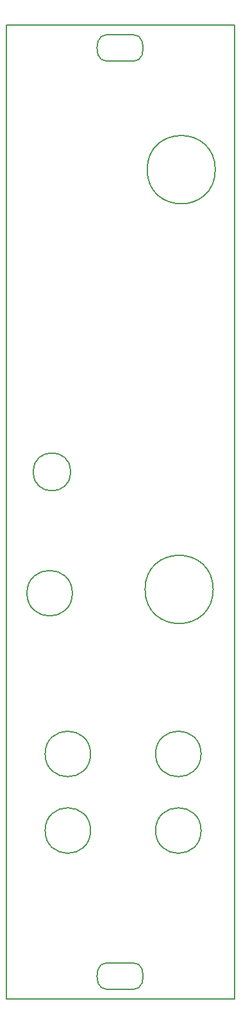
<source format=gbr>
%TF.GenerationSoftware,KiCad,Pcbnew,(5.1.10)-1*%
%TF.CreationDate,2021-09-13T17:23:51+02:00*%
%TF.ProjectId,panel,70616e65-6c2e-46b6-9963-61645f706362,rev?*%
%TF.SameCoordinates,Original*%
%TF.FileFunction,Profile,NP*%
%FSLAX46Y46*%
G04 Gerber Fmt 4.6, Leading zero omitted, Abs format (unit mm)*
G04 Created by KiCad (PCBNEW (5.1.10)-1) date 2021-09-13 17:23:51*
%MOMM*%
%LPD*%
G01*
G04 APERTURE LIST*
%TA.AperFunction,Profile*%
%ADD10C,0.200000*%
%TD*%
G04 APERTURE END LIST*
D10*
X32218600Y-149504600D02*
X32218600Y-21104600D01*
X62358600Y-149504600D02*
X32218600Y-149504600D01*
X62358600Y-21104600D02*
X62358600Y-149504600D01*
X48984599Y-22354600D02*
X45452600Y-22354600D01*
X44306605Y-23197601D02*
G75*
G02*
X45452603Y-22354601I1145665J-356999D01*
G01*
X44306605Y-145597601D02*
G75*
G02*
X45452603Y-144754601I1145665J-356999D01*
G01*
X50130598Y-145597602D02*
G75*
G02*
X50130597Y-147411600I-2911998J-906998D01*
G01*
X50130596Y-147411600D02*
G75*
G02*
X48984596Y-148254600I-1145666J357000D01*
G01*
X45452605Y-148254601D02*
G75*
G02*
X44306603Y-147411601I-335J1200001D01*
G01*
X44306602Y-147411599D02*
G75*
G02*
X44306602Y-145597601I2911998J906999D01*
G01*
X32218600Y-21104600D02*
X62358600Y-21104600D01*
X57918600Y-127304600D02*
G75*
G03*
X57918600Y-127304600I-3000000J0D01*
G01*
X40718600Y-80004600D02*
G75*
G03*
X40718600Y-80004600I-2500000J0D01*
G01*
X57918600Y-117204601D02*
G75*
G03*
X57918600Y-117204601I-3000000J0D01*
G01*
X45452605Y-25854601D02*
G75*
G02*
X44306603Y-25011601I-335J1200001D01*
G01*
X48984599Y-144754600D02*
X45452600Y-144754600D01*
X40918600Y-96004600D02*
G75*
G03*
X40918600Y-96004600I-3000000J0D01*
G01*
X48984596Y-22354600D02*
G75*
G02*
X50130596Y-23197600I334J-1200000D01*
G01*
X50130598Y-23197602D02*
G75*
G02*
X50130597Y-25011600I-2911998J-906998D01*
G01*
X50130596Y-25011600D02*
G75*
G02*
X48984596Y-25854600I-1145666J357000D01*
G01*
X48984596Y-144754600D02*
G75*
G02*
X50130596Y-145597600I334J-1200000D01*
G01*
X59518600Y-95504600D02*
G75*
G03*
X59518600Y-95504600I-4500000J0D01*
G01*
X45452600Y-148254600D02*
X48984599Y-148254600D01*
X43318600Y-127304600D02*
G75*
G03*
X43318600Y-127304600I-3000000J0D01*
G01*
X59797600Y-40148600D02*
G75*
G03*
X59797600Y-40148600I-4500000J0D01*
G01*
X43318600Y-117204601D02*
G75*
G03*
X43318600Y-117204601I-3000000J0D01*
G01*
X45452600Y-25854600D02*
X48984599Y-25854600D01*
X44306602Y-25011599D02*
G75*
G02*
X44306602Y-23197601I2911998J906999D01*
G01*
M02*

</source>
